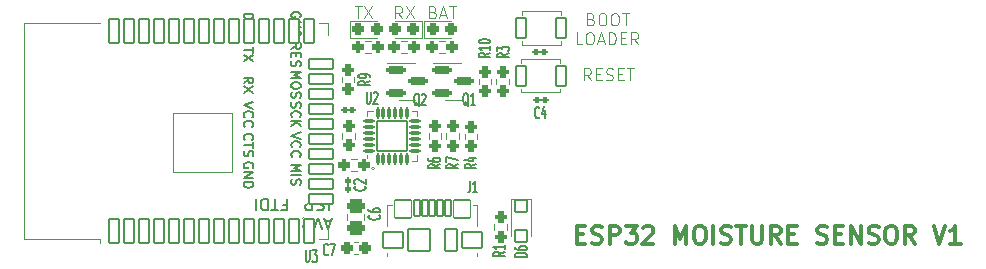
<source format=gto>
%TF.GenerationSoftware,KiCad,Pcbnew,(6.0.4)*%
%TF.CreationDate,2022-06-27T14:28:38+01:00*%
%TF.ProjectId,soil-moisture-sensor,736f696c-2d6d-46f6-9973-747572652d73,%%version%%*%
%TF.SameCoordinates,Original*%
%TF.FileFunction,Legend,Top*%
%TF.FilePolarity,Positive*%
%FSLAX46Y46*%
G04 Gerber Fmt 4.6, Leading zero omitted, Abs format (unit mm)*
G04 Created by KiCad (PCBNEW (6.0.4)) date 2022-06-27 14:28:38*
%MOMM*%
%LPD*%
G01*
G04 APERTURE LIST*
G04 Aperture macros list*
%AMRoundRect*
0 Rectangle with rounded corners*
0 $1 Rounding radius*
0 $2 $3 $4 $5 $6 $7 $8 $9 X,Y pos of 4 corners*
0 Add a 4 corners polygon primitive as box body*
4,1,4,$2,$3,$4,$5,$6,$7,$8,$9,$2,$3,0*
0 Add four circle primitives for the rounded corners*
1,1,$1+$1,$2,$3*
1,1,$1+$1,$4,$5*
1,1,$1+$1,$6,$7*
1,1,$1+$1,$8,$9*
0 Add four rect primitives between the rounded corners*
20,1,$1+$1,$2,$3,$4,$5,0*
20,1,$1+$1,$4,$5,$6,$7,0*
20,1,$1+$1,$6,$7,$8,$9,0*
20,1,$1+$1,$8,$9,$2,$3,0*%
G04 Aperture macros list end*
%ADD10C,0.100000*%
%ADD11C,0.200000*%
%ADD12C,0.120000*%
%ADD13C,0.300000*%
%ADD14C,0.150000*%
%ADD15RoundRect,0.275000X0.275000X-0.200000X0.275000X0.200000X-0.275000X0.200000X-0.275000X-0.200000X0*%
%ADD16RoundRect,0.175000X0.100000X-0.130000X0.100000X0.130000X-0.100000X0.130000X-0.100000X-0.130000X0*%
%ADD17C,3.350000*%
%ADD18RoundRect,0.175000X0.130000X0.100000X-0.130000X0.100000X-0.130000X-0.100000X0.130000X-0.100000X0*%
%ADD19RoundRect,0.275000X-0.275000X0.200000X-0.275000X-0.200000X0.275000X-0.200000X0.275000X0.200000X0*%
%ADD20RoundRect,0.225000X-0.587500X-0.150000X0.587500X-0.150000X0.587500X0.150000X-0.587500X0.150000X0*%
%ADD21RoundRect,0.075000X0.450000X0.850000X-0.450000X0.850000X-0.450000X-0.850000X0.450000X-0.850000X0*%
%ADD22RoundRect,0.293750X-0.218750X-0.256250X0.218750X-0.256250X0.218750X0.256250X-0.218750X0.256250X0*%
%ADD23RoundRect,0.075000X0.450000X-1.000000X0.450000X1.000000X-0.450000X1.000000X-0.450000X-1.000000X0*%
%ADD24RoundRect,0.075000X1.000000X0.450000X-1.000000X0.450000X-1.000000X-0.450000X1.000000X-0.450000X0*%
%ADD25RoundRect,0.075000X2.500000X-2.500000X2.500000X2.500000X-2.500000X2.500000X-2.500000X-2.500000X0*%
%ADD26RoundRect,0.325000X0.475000X-0.250000X0.475000X0.250000X-0.475000X0.250000X-0.475000X-0.250000X0*%
%ADD27RoundRect,0.275000X-0.200000X-0.275000X0.200000X-0.275000X0.200000X0.275000X-0.200000X0.275000X0*%
%ADD28RoundRect,0.300000X0.225000X0.250000X-0.225000X0.250000X-0.225000X-0.250000X0.225000X-0.250000X0*%
%ADD29RoundRect,0.293750X0.218750X0.256250X-0.218750X0.256250X-0.218750X-0.256250X0.218750X-0.256250X0*%
%ADD30RoundRect,0.075000X-0.500000X0.500000X-0.500000X-0.500000X0.500000X-0.500000X0.500000X0.500000X0*%
%ADD31RoundRect,0.075000X-0.225000X-0.690000X0.225000X-0.690000X0.225000X0.690000X-0.225000X0.690000X0*%
%ADD32RoundRect,0.075000X-0.825000X-0.650000X0.825000X-0.650000X0.825000X0.650000X-0.825000X0.650000X0*%
%ADD33RoundRect,0.075000X-0.500000X-0.950000X0.500000X-0.950000X0.500000X0.950000X-0.500000X0.950000X0*%
%ADD34RoundRect,0.075000X-0.712500X-0.775000X0.712500X-0.775000X0.712500X0.775000X-0.712500X0.775000X0*%
%ADD35RoundRect,0.075000X-0.900000X-0.950000X0.900000X-0.950000X0.900000X0.950000X-0.900000X0.950000X0*%
%ADD36RoundRect,0.275000X0.200000X0.275000X-0.200000X0.275000X-0.200000X-0.275000X0.200000X-0.275000X0*%
%ADD37RoundRect,0.137500X0.062500X-0.350000X0.062500X0.350000X-0.062500X0.350000X-0.062500X-0.350000X0*%
%ADD38RoundRect,0.137500X0.350000X-0.062500X0.350000X0.062500X-0.350000X0.062500X-0.350000X-0.062500X0*%
%ADD39RoundRect,0.075000X1.300000X-1.300000X1.300000X1.300000X-1.300000X1.300000X-1.300000X-1.300000X0*%
%ADD40C,3.000000*%
%ADD41C,3.650000*%
G04 APERTURE END LIST*
D10*
X88991421Y-117375000D02*
G75*
G03*
X88991421Y-117375000I-141421J0D01*
G01*
D11*
X81938095Y-107234761D02*
X82319047Y-106968095D01*
X81938095Y-106777619D02*
X82738095Y-106777619D01*
X82738095Y-107082380D01*
X82700000Y-107158571D01*
X82661904Y-107196666D01*
X82585714Y-107234761D01*
X82471428Y-107234761D01*
X82395238Y-107196666D01*
X82357142Y-107158571D01*
X82319047Y-107082380D01*
X82319047Y-106777619D01*
X82357142Y-107577619D02*
X82357142Y-107844285D01*
X81938095Y-107958571D02*
X81938095Y-107577619D01*
X82738095Y-107577619D01*
X82738095Y-107958571D01*
X81976190Y-108263333D02*
X81938095Y-108377619D01*
X81938095Y-108568095D01*
X81976190Y-108644285D01*
X82014285Y-108682380D01*
X82090476Y-108720476D01*
X82166666Y-108720476D01*
X82242857Y-108682380D01*
X82280952Y-108644285D01*
X82319047Y-108568095D01*
X82357142Y-108415714D01*
X82395238Y-108339523D01*
X82433333Y-108301428D01*
X82509523Y-108263333D01*
X82585714Y-108263333D01*
X82661904Y-108301428D01*
X82700000Y-108339523D01*
X82738095Y-108415714D01*
X82738095Y-108606190D01*
X82700000Y-108720476D01*
X82738095Y-114313333D02*
X81938095Y-114580000D01*
X82738095Y-114846666D01*
X82014285Y-115570476D02*
X81976190Y-115532380D01*
X81938095Y-115418095D01*
X81938095Y-115341904D01*
X81976190Y-115227619D01*
X82052380Y-115151428D01*
X82128571Y-115113333D01*
X82280952Y-115075238D01*
X82395238Y-115075238D01*
X82547619Y-115113333D01*
X82623809Y-115151428D01*
X82700000Y-115227619D01*
X82738095Y-115341904D01*
X82738095Y-115418095D01*
X82700000Y-115532380D01*
X82661904Y-115570476D01*
X82014285Y-116370476D02*
X81976190Y-116332380D01*
X81938095Y-116218095D01*
X81938095Y-116141904D01*
X81976190Y-116027619D01*
X82052380Y-115951428D01*
X82128571Y-115913333D01*
X82280952Y-115875238D01*
X82395238Y-115875238D01*
X82547619Y-115913333D01*
X82623809Y-115951428D01*
X82700000Y-116027619D01*
X82738095Y-116141904D01*
X82738095Y-116218095D01*
X82700000Y-116332380D01*
X82661904Y-116370476D01*
X77938095Y-104265714D02*
X78738095Y-104265714D01*
X78738095Y-104456190D01*
X78700000Y-104570476D01*
X78623809Y-104646666D01*
X78547619Y-104684761D01*
X78395238Y-104722857D01*
X78280952Y-104722857D01*
X78128571Y-104684761D01*
X78052380Y-104646666D01*
X77976190Y-104570476D01*
X77938095Y-104456190D01*
X77938095Y-104265714D01*
X78738095Y-104951428D02*
X78738095Y-105408571D01*
X77938095Y-105180000D02*
X78738095Y-105180000D01*
X77938095Y-106132380D02*
X78319047Y-105865714D01*
X77938095Y-105675238D02*
X78738095Y-105675238D01*
X78738095Y-105980000D01*
X78700000Y-106056190D01*
X78661904Y-106094285D01*
X78585714Y-106132380D01*
X78471428Y-106132380D01*
X78395238Y-106094285D01*
X78357142Y-106056190D01*
X78319047Y-105980000D01*
X78319047Y-105675238D01*
X77938095Y-110146666D02*
X78319047Y-109880000D01*
X77938095Y-109689523D02*
X78738095Y-109689523D01*
X78738095Y-109994285D01*
X78700000Y-110070476D01*
X78661904Y-110108571D01*
X78585714Y-110146666D01*
X78471428Y-110146666D01*
X78395238Y-110108571D01*
X78357142Y-110070476D01*
X78319047Y-109994285D01*
X78319047Y-109689523D01*
X78738095Y-110413333D02*
X77938095Y-110946666D01*
X78738095Y-110946666D02*
X77938095Y-110413333D01*
X81938095Y-109213333D02*
X82738095Y-109213333D01*
X82166666Y-109480000D01*
X82738095Y-109746666D01*
X81938095Y-109746666D01*
X82738095Y-110280000D02*
X82738095Y-110432380D01*
X82700000Y-110508571D01*
X82623809Y-110584761D01*
X82471428Y-110622857D01*
X82204761Y-110622857D01*
X82052380Y-110584761D01*
X81976190Y-110508571D01*
X81938095Y-110432380D01*
X81938095Y-110280000D01*
X81976190Y-110203809D01*
X82052380Y-110127619D01*
X82204761Y-110089523D01*
X82471428Y-110089523D01*
X82623809Y-110127619D01*
X82700000Y-110203809D01*
X82738095Y-110280000D01*
X81976190Y-110927619D02*
X81938095Y-111041904D01*
X81938095Y-111232380D01*
X81976190Y-111308571D01*
X82014285Y-111346666D01*
X82090476Y-111384761D01*
X82166666Y-111384761D01*
X82242857Y-111346666D01*
X82280952Y-111308571D01*
X82319047Y-111232380D01*
X82357142Y-111080000D01*
X82395238Y-111003809D01*
X82433333Y-110965714D01*
X82509523Y-110927619D01*
X82585714Y-110927619D01*
X82661904Y-110965714D01*
X82700000Y-111003809D01*
X82738095Y-111080000D01*
X82738095Y-111270476D01*
X82700000Y-111384761D01*
X82700000Y-104570476D02*
X82738095Y-104494285D01*
X82738095Y-104380000D01*
X82700000Y-104265714D01*
X82623809Y-104189523D01*
X82547619Y-104151428D01*
X82395238Y-104113333D01*
X82280952Y-104113333D01*
X82128571Y-104151428D01*
X82052380Y-104189523D01*
X81976190Y-104265714D01*
X81938095Y-104380000D01*
X81938095Y-104456190D01*
X81976190Y-104570476D01*
X82014285Y-104608571D01*
X82280952Y-104608571D01*
X82280952Y-104456190D01*
X81938095Y-104951428D02*
X82738095Y-104951428D01*
X81938095Y-105408571D01*
X82738095Y-105408571D01*
X81938095Y-105789523D02*
X82738095Y-105789523D01*
X82738095Y-105980000D01*
X82700000Y-106094285D01*
X82623809Y-106170476D01*
X82547619Y-106208571D01*
X82395238Y-106246666D01*
X82280952Y-106246666D01*
X82128571Y-106208571D01*
X82052380Y-106170476D01*
X81976190Y-106094285D01*
X81938095Y-105980000D01*
X81938095Y-105789523D01*
X78738095Y-107120476D02*
X78738095Y-107577619D01*
X77938095Y-107349047D02*
X78738095Y-107349047D01*
X78738095Y-107768095D02*
X77938095Y-108301428D01*
X78738095Y-108301428D02*
X77938095Y-107768095D01*
X78738095Y-111763333D02*
X77938095Y-112030000D01*
X78738095Y-112296666D01*
X78014285Y-113020476D02*
X77976190Y-112982380D01*
X77938095Y-112868095D01*
X77938095Y-112791904D01*
X77976190Y-112677619D01*
X78052380Y-112601428D01*
X78128571Y-112563333D01*
X78280952Y-112525238D01*
X78395238Y-112525238D01*
X78547619Y-112563333D01*
X78623809Y-112601428D01*
X78700000Y-112677619D01*
X78738095Y-112791904D01*
X78738095Y-112868095D01*
X78700000Y-112982380D01*
X78661904Y-113020476D01*
X78014285Y-113820476D02*
X77976190Y-113782380D01*
X77938095Y-113668095D01*
X77938095Y-113591904D01*
X77976190Y-113477619D01*
X78052380Y-113401428D01*
X78128571Y-113363333D01*
X78280952Y-113325238D01*
X78395238Y-113325238D01*
X78547619Y-113363333D01*
X78623809Y-113401428D01*
X78700000Y-113477619D01*
X78738095Y-113591904D01*
X78738095Y-113668095D01*
X78700000Y-113782380D01*
X78661904Y-113820476D01*
X85316666Y-121818333D02*
X84840476Y-121818333D01*
X85411904Y-121532619D02*
X85078571Y-122532619D01*
X84745238Y-121532619D01*
X84554761Y-122532619D02*
X84221428Y-121532619D01*
X83888095Y-122532619D01*
X82983333Y-121532619D02*
X83316666Y-122008809D01*
X83554761Y-121532619D02*
X83554761Y-122532619D01*
X83173809Y-122532619D01*
X83078571Y-122485000D01*
X83030952Y-122437380D01*
X82983333Y-122342142D01*
X82983333Y-122199285D01*
X83030952Y-122104047D01*
X83078571Y-122056428D01*
X83173809Y-122008809D01*
X83554761Y-122008809D01*
X85126190Y-119922619D02*
X85126190Y-120922619D01*
X84697619Y-119970238D02*
X84554761Y-119922619D01*
X84316666Y-119922619D01*
X84221428Y-119970238D01*
X84173809Y-120017857D01*
X84126190Y-120113095D01*
X84126190Y-120208333D01*
X84173809Y-120303571D01*
X84221428Y-120351190D01*
X84316666Y-120398809D01*
X84507142Y-120446428D01*
X84602380Y-120494047D01*
X84650000Y-120541666D01*
X84697619Y-120636904D01*
X84697619Y-120732142D01*
X84650000Y-120827380D01*
X84602380Y-120875000D01*
X84507142Y-120922619D01*
X84269047Y-120922619D01*
X84126190Y-120875000D01*
X83697619Y-119922619D02*
X83697619Y-120922619D01*
X83316666Y-120922619D01*
X83221428Y-120875000D01*
X83173809Y-120827380D01*
X83126190Y-120732142D01*
X83126190Y-120589285D01*
X83173809Y-120494047D01*
X83221428Y-120446428D01*
X83316666Y-120398809D01*
X83697619Y-120398809D01*
X81938095Y-117041904D02*
X82738095Y-117041904D01*
X82166666Y-117308571D01*
X82738095Y-117575238D01*
X81938095Y-117575238D01*
X81938095Y-117956190D02*
X82738095Y-117956190D01*
X81976190Y-118299047D02*
X81938095Y-118413333D01*
X81938095Y-118603809D01*
X81976190Y-118680000D01*
X82014285Y-118718095D01*
X82090476Y-118756190D01*
X82166666Y-118756190D01*
X82242857Y-118718095D01*
X82280952Y-118680000D01*
X82319047Y-118603809D01*
X82357142Y-118451428D01*
X82395238Y-118375238D01*
X82433333Y-118337142D01*
X82509523Y-118299047D01*
X82585714Y-118299047D01*
X82661904Y-118337142D01*
X82700000Y-118375238D01*
X82738095Y-118451428D01*
X82738095Y-118641904D01*
X82700000Y-118756190D01*
X81976190Y-111751428D02*
X81938095Y-111865714D01*
X81938095Y-112056190D01*
X81976190Y-112132380D01*
X82014285Y-112170476D01*
X82090476Y-112208571D01*
X82166666Y-112208571D01*
X82242857Y-112170476D01*
X82280952Y-112132380D01*
X82319047Y-112056190D01*
X82357142Y-111903809D01*
X82395238Y-111827619D01*
X82433333Y-111789523D01*
X82509523Y-111751428D01*
X82585714Y-111751428D01*
X82661904Y-111789523D01*
X82700000Y-111827619D01*
X82738095Y-111903809D01*
X82738095Y-112094285D01*
X82700000Y-112208571D01*
X82014285Y-113008571D02*
X81976190Y-112970476D01*
X81938095Y-112856190D01*
X81938095Y-112780000D01*
X81976190Y-112665714D01*
X82052380Y-112589523D01*
X82128571Y-112551428D01*
X82280952Y-112513333D01*
X82395238Y-112513333D01*
X82547619Y-112551428D01*
X82623809Y-112589523D01*
X82700000Y-112665714D01*
X82738095Y-112780000D01*
X82738095Y-112856190D01*
X82700000Y-112970476D01*
X82661904Y-113008571D01*
X81938095Y-113351428D02*
X82738095Y-113351428D01*
X81938095Y-113808571D02*
X82395238Y-113465714D01*
X82738095Y-113808571D02*
X82280952Y-113351428D01*
X78014285Y-114941904D02*
X77976190Y-114903809D01*
X77938095Y-114789523D01*
X77938095Y-114713333D01*
X77976190Y-114599047D01*
X78052380Y-114522857D01*
X78128571Y-114484761D01*
X78280952Y-114446666D01*
X78395238Y-114446666D01*
X78547619Y-114484761D01*
X78623809Y-114522857D01*
X78700000Y-114599047D01*
X78738095Y-114713333D01*
X78738095Y-114789523D01*
X78700000Y-114903809D01*
X78661904Y-114941904D01*
X78738095Y-115170476D02*
X78738095Y-115627619D01*
X77938095Y-115399047D02*
X78738095Y-115399047D01*
X77976190Y-115856190D02*
X77938095Y-115970476D01*
X77938095Y-116160952D01*
X77976190Y-116237142D01*
X78014285Y-116275238D01*
X78090476Y-116313333D01*
X78166666Y-116313333D01*
X78242857Y-116275238D01*
X78280952Y-116237142D01*
X78319047Y-116160952D01*
X78357142Y-116008571D01*
X78395238Y-115932380D01*
X78433333Y-115894285D01*
X78509523Y-115856190D01*
X78585714Y-115856190D01*
X78661904Y-115894285D01*
X78700000Y-115932380D01*
X78738095Y-116008571D01*
X78738095Y-116199047D01*
X78700000Y-116313333D01*
X78700000Y-117320476D02*
X78738095Y-117244285D01*
X78738095Y-117130000D01*
X78700000Y-117015714D01*
X78623809Y-116939523D01*
X78547619Y-116901428D01*
X78395238Y-116863333D01*
X78280952Y-116863333D01*
X78128571Y-116901428D01*
X78052380Y-116939523D01*
X77976190Y-117015714D01*
X77938095Y-117130000D01*
X77938095Y-117206190D01*
X77976190Y-117320476D01*
X78014285Y-117358571D01*
X78280952Y-117358571D01*
X78280952Y-117206190D01*
X77938095Y-117701428D02*
X78738095Y-117701428D01*
X77938095Y-118158571D01*
X78738095Y-118158571D01*
X77938095Y-118539523D02*
X78738095Y-118539523D01*
X78738095Y-118730000D01*
X78700000Y-118844285D01*
X78623809Y-118920476D01*
X78547619Y-118958571D01*
X78395238Y-118996666D01*
X78280952Y-118996666D01*
X78128571Y-118958571D01*
X78052380Y-118920476D01*
X77976190Y-118844285D01*
X77938095Y-118730000D01*
X77938095Y-118539523D01*
X81226190Y-120451428D02*
X81559523Y-120451428D01*
X81559523Y-119927619D02*
X81559523Y-120927619D01*
X81083333Y-120927619D01*
X80845238Y-120927619D02*
X80273809Y-120927619D01*
X80559523Y-119927619D02*
X80559523Y-120927619D01*
X79940476Y-119927619D02*
X79940476Y-120927619D01*
X79702380Y-120927619D01*
X79559523Y-120880000D01*
X79464285Y-120784761D01*
X79416666Y-120689523D01*
X79369047Y-120499047D01*
X79369047Y-120356190D01*
X79416666Y-120165714D01*
X79464285Y-120070476D01*
X79559523Y-119975238D01*
X79702380Y-119927619D01*
X79940476Y-119927619D01*
X78940476Y-119927619D02*
X78940476Y-120927619D01*
D12*
X91333333Y-104652380D02*
X91000000Y-104176190D01*
X90761904Y-104652380D02*
X90761904Y-103652380D01*
X91142857Y-103652380D01*
X91238095Y-103700000D01*
X91285714Y-103747619D01*
X91333333Y-103842857D01*
X91333333Y-103985714D01*
X91285714Y-104080952D01*
X91238095Y-104128571D01*
X91142857Y-104176190D01*
X90761904Y-104176190D01*
X91666666Y-103652380D02*
X92333333Y-104652380D01*
X92333333Y-103652380D02*
X91666666Y-104652380D01*
X87338095Y-103652380D02*
X87909523Y-103652380D01*
X87623809Y-104652380D02*
X87623809Y-103652380D01*
X88147619Y-103652380D02*
X88814285Y-104652380D01*
X88814285Y-103652380D02*
X88147619Y-104652380D01*
X93961904Y-104128571D02*
X94104761Y-104176190D01*
X94152380Y-104223809D01*
X94200000Y-104319047D01*
X94200000Y-104461904D01*
X94152380Y-104557142D01*
X94104761Y-104604761D01*
X94009523Y-104652380D01*
X93628571Y-104652380D01*
X93628571Y-103652380D01*
X93961904Y-103652380D01*
X94057142Y-103700000D01*
X94104761Y-103747619D01*
X94152380Y-103842857D01*
X94152380Y-103938095D01*
X94104761Y-104033333D01*
X94057142Y-104080952D01*
X93961904Y-104128571D01*
X93628571Y-104128571D01*
X94580952Y-104366666D02*
X95057142Y-104366666D01*
X94485714Y-104652380D02*
X94819047Y-103652380D01*
X95152380Y-104652380D01*
X95342857Y-103652380D02*
X95914285Y-103652380D01*
X95628571Y-104652380D02*
X95628571Y-103652380D01*
X107322619Y-109902380D02*
X106989285Y-109426190D01*
X106751190Y-109902380D02*
X106751190Y-108902380D01*
X107132142Y-108902380D01*
X107227380Y-108950000D01*
X107275000Y-108997619D01*
X107322619Y-109092857D01*
X107322619Y-109235714D01*
X107275000Y-109330952D01*
X107227380Y-109378571D01*
X107132142Y-109426190D01*
X106751190Y-109426190D01*
X107751190Y-109378571D02*
X108084523Y-109378571D01*
X108227380Y-109902380D02*
X107751190Y-109902380D01*
X107751190Y-108902380D01*
X108227380Y-108902380D01*
X108608333Y-109854761D02*
X108751190Y-109902380D01*
X108989285Y-109902380D01*
X109084523Y-109854761D01*
X109132142Y-109807142D01*
X109179761Y-109711904D01*
X109179761Y-109616666D01*
X109132142Y-109521428D01*
X109084523Y-109473809D01*
X108989285Y-109426190D01*
X108798809Y-109378571D01*
X108703571Y-109330952D01*
X108655952Y-109283333D01*
X108608333Y-109188095D01*
X108608333Y-109092857D01*
X108655952Y-108997619D01*
X108703571Y-108950000D01*
X108798809Y-108902380D01*
X109036904Y-108902380D01*
X109179761Y-108950000D01*
X109608333Y-109378571D02*
X109941666Y-109378571D01*
X110084523Y-109902380D02*
X109608333Y-109902380D01*
X109608333Y-108902380D01*
X110084523Y-108902380D01*
X110370238Y-108902380D02*
X110941666Y-108902380D01*
X110655952Y-109902380D02*
X110655952Y-108902380D01*
D13*
X106110714Y-122942857D02*
X106610714Y-122942857D01*
X106825000Y-123728571D02*
X106110714Y-123728571D01*
X106110714Y-122228571D01*
X106825000Y-122228571D01*
X107396428Y-123657142D02*
X107610714Y-123728571D01*
X107967857Y-123728571D01*
X108110714Y-123657142D01*
X108182142Y-123585714D01*
X108253571Y-123442857D01*
X108253571Y-123300000D01*
X108182142Y-123157142D01*
X108110714Y-123085714D01*
X107967857Y-123014285D01*
X107682142Y-122942857D01*
X107539285Y-122871428D01*
X107467857Y-122800000D01*
X107396428Y-122657142D01*
X107396428Y-122514285D01*
X107467857Y-122371428D01*
X107539285Y-122300000D01*
X107682142Y-122228571D01*
X108039285Y-122228571D01*
X108253571Y-122300000D01*
X108896428Y-123728571D02*
X108896428Y-122228571D01*
X109467857Y-122228571D01*
X109610714Y-122300000D01*
X109682142Y-122371428D01*
X109753571Y-122514285D01*
X109753571Y-122728571D01*
X109682142Y-122871428D01*
X109610714Y-122942857D01*
X109467857Y-123014285D01*
X108896428Y-123014285D01*
X110253571Y-122228571D02*
X111182142Y-122228571D01*
X110682142Y-122800000D01*
X110896428Y-122800000D01*
X111039285Y-122871428D01*
X111110714Y-122942857D01*
X111182142Y-123085714D01*
X111182142Y-123442857D01*
X111110714Y-123585714D01*
X111039285Y-123657142D01*
X110896428Y-123728571D01*
X110467857Y-123728571D01*
X110325000Y-123657142D01*
X110253571Y-123585714D01*
X111753571Y-122371428D02*
X111825000Y-122300000D01*
X111967857Y-122228571D01*
X112325000Y-122228571D01*
X112467857Y-122300000D01*
X112539285Y-122371428D01*
X112610714Y-122514285D01*
X112610714Y-122657142D01*
X112539285Y-122871428D01*
X111682142Y-123728571D01*
X112610714Y-123728571D01*
X114396428Y-123728571D02*
X114396428Y-122228571D01*
X114896428Y-123300000D01*
X115396428Y-122228571D01*
X115396428Y-123728571D01*
X116396428Y-122228571D02*
X116682142Y-122228571D01*
X116825000Y-122300000D01*
X116967857Y-122442857D01*
X117039285Y-122728571D01*
X117039285Y-123228571D01*
X116967857Y-123514285D01*
X116825000Y-123657142D01*
X116682142Y-123728571D01*
X116396428Y-123728571D01*
X116253571Y-123657142D01*
X116110714Y-123514285D01*
X116039285Y-123228571D01*
X116039285Y-122728571D01*
X116110714Y-122442857D01*
X116253571Y-122300000D01*
X116396428Y-122228571D01*
X117682142Y-123728571D02*
X117682142Y-122228571D01*
X118325000Y-123657142D02*
X118539285Y-123728571D01*
X118896428Y-123728571D01*
X119039285Y-123657142D01*
X119110714Y-123585714D01*
X119182142Y-123442857D01*
X119182142Y-123300000D01*
X119110714Y-123157142D01*
X119039285Y-123085714D01*
X118896428Y-123014285D01*
X118610714Y-122942857D01*
X118467857Y-122871428D01*
X118396428Y-122800000D01*
X118325000Y-122657142D01*
X118325000Y-122514285D01*
X118396428Y-122371428D01*
X118467857Y-122300000D01*
X118610714Y-122228571D01*
X118967857Y-122228571D01*
X119182142Y-122300000D01*
X119610714Y-122228571D02*
X120467857Y-122228571D01*
X120039285Y-123728571D02*
X120039285Y-122228571D01*
X120967857Y-122228571D02*
X120967857Y-123442857D01*
X121039285Y-123585714D01*
X121110714Y-123657142D01*
X121253571Y-123728571D01*
X121539285Y-123728571D01*
X121682142Y-123657142D01*
X121753571Y-123585714D01*
X121825000Y-123442857D01*
X121825000Y-122228571D01*
X123396428Y-123728571D02*
X122896428Y-123014285D01*
X122539285Y-123728571D02*
X122539285Y-122228571D01*
X123110714Y-122228571D01*
X123253571Y-122300000D01*
X123325000Y-122371428D01*
X123396428Y-122514285D01*
X123396428Y-122728571D01*
X123325000Y-122871428D01*
X123253571Y-122942857D01*
X123110714Y-123014285D01*
X122539285Y-123014285D01*
X124039285Y-122942857D02*
X124539285Y-122942857D01*
X124753571Y-123728571D02*
X124039285Y-123728571D01*
X124039285Y-122228571D01*
X124753571Y-122228571D01*
X126467857Y-123657142D02*
X126682142Y-123728571D01*
X127039285Y-123728571D01*
X127182142Y-123657142D01*
X127253571Y-123585714D01*
X127325000Y-123442857D01*
X127325000Y-123300000D01*
X127253571Y-123157142D01*
X127182142Y-123085714D01*
X127039285Y-123014285D01*
X126753571Y-122942857D01*
X126610714Y-122871428D01*
X126539285Y-122800000D01*
X126467857Y-122657142D01*
X126467857Y-122514285D01*
X126539285Y-122371428D01*
X126610714Y-122300000D01*
X126753571Y-122228571D01*
X127110714Y-122228571D01*
X127325000Y-122300000D01*
X127967857Y-122942857D02*
X128467857Y-122942857D01*
X128682142Y-123728571D02*
X127967857Y-123728571D01*
X127967857Y-122228571D01*
X128682142Y-122228571D01*
X129325000Y-123728571D02*
X129325000Y-122228571D01*
X130182142Y-123728571D01*
X130182142Y-122228571D01*
X130825000Y-123657142D02*
X131039285Y-123728571D01*
X131396428Y-123728571D01*
X131539285Y-123657142D01*
X131610714Y-123585714D01*
X131682142Y-123442857D01*
X131682142Y-123300000D01*
X131610714Y-123157142D01*
X131539285Y-123085714D01*
X131396428Y-123014285D01*
X131110714Y-122942857D01*
X130967857Y-122871428D01*
X130896428Y-122800000D01*
X130825000Y-122657142D01*
X130825000Y-122514285D01*
X130896428Y-122371428D01*
X130967857Y-122300000D01*
X131110714Y-122228571D01*
X131467857Y-122228571D01*
X131682142Y-122300000D01*
X132610714Y-122228571D02*
X132896428Y-122228571D01*
X133039285Y-122300000D01*
X133182142Y-122442857D01*
X133253571Y-122728571D01*
X133253571Y-123228571D01*
X133182142Y-123514285D01*
X133039285Y-123657142D01*
X132896428Y-123728571D01*
X132610714Y-123728571D01*
X132467857Y-123657142D01*
X132325000Y-123514285D01*
X132253571Y-123228571D01*
X132253571Y-122728571D01*
X132325000Y-122442857D01*
X132467857Y-122300000D01*
X132610714Y-122228571D01*
X134753571Y-123728571D02*
X134253571Y-123014285D01*
X133896428Y-123728571D02*
X133896428Y-122228571D01*
X134467857Y-122228571D01*
X134610714Y-122300000D01*
X134682142Y-122371428D01*
X134753571Y-122514285D01*
X134753571Y-122728571D01*
X134682142Y-122871428D01*
X134610714Y-122942857D01*
X134467857Y-123014285D01*
X133896428Y-123014285D01*
X136325000Y-122228571D02*
X136825000Y-123728571D01*
X137325000Y-122228571D01*
X138610714Y-123728571D02*
X137753571Y-123728571D01*
X138182142Y-123728571D02*
X138182142Y-122228571D01*
X138039285Y-122442857D01*
X137896428Y-122585714D01*
X137753571Y-122657142D01*
D12*
X107342857Y-104723571D02*
X107485714Y-104771190D01*
X107533333Y-104818809D01*
X107580952Y-104914047D01*
X107580952Y-105056904D01*
X107533333Y-105152142D01*
X107485714Y-105199761D01*
X107390476Y-105247380D01*
X107009523Y-105247380D01*
X107009523Y-104247380D01*
X107342857Y-104247380D01*
X107438095Y-104295000D01*
X107485714Y-104342619D01*
X107533333Y-104437857D01*
X107533333Y-104533095D01*
X107485714Y-104628333D01*
X107438095Y-104675952D01*
X107342857Y-104723571D01*
X107009523Y-104723571D01*
X108200000Y-104247380D02*
X108390476Y-104247380D01*
X108485714Y-104295000D01*
X108580952Y-104390238D01*
X108628571Y-104580714D01*
X108628571Y-104914047D01*
X108580952Y-105104523D01*
X108485714Y-105199761D01*
X108390476Y-105247380D01*
X108200000Y-105247380D01*
X108104761Y-105199761D01*
X108009523Y-105104523D01*
X107961904Y-104914047D01*
X107961904Y-104580714D01*
X108009523Y-104390238D01*
X108104761Y-104295000D01*
X108200000Y-104247380D01*
X109247619Y-104247380D02*
X109438095Y-104247380D01*
X109533333Y-104295000D01*
X109628571Y-104390238D01*
X109676190Y-104580714D01*
X109676190Y-104914047D01*
X109628571Y-105104523D01*
X109533333Y-105199761D01*
X109438095Y-105247380D01*
X109247619Y-105247380D01*
X109152380Y-105199761D01*
X109057142Y-105104523D01*
X109009523Y-104914047D01*
X109009523Y-104580714D01*
X109057142Y-104390238D01*
X109152380Y-104295000D01*
X109247619Y-104247380D01*
X109961904Y-104247380D02*
X110533333Y-104247380D01*
X110247619Y-105247380D02*
X110247619Y-104247380D01*
X106604761Y-106857380D02*
X106128571Y-106857380D01*
X106128571Y-105857380D01*
X107128571Y-105857380D02*
X107319047Y-105857380D01*
X107414285Y-105905000D01*
X107509523Y-106000238D01*
X107557142Y-106190714D01*
X107557142Y-106524047D01*
X107509523Y-106714523D01*
X107414285Y-106809761D01*
X107319047Y-106857380D01*
X107128571Y-106857380D01*
X107033333Y-106809761D01*
X106938095Y-106714523D01*
X106890476Y-106524047D01*
X106890476Y-106190714D01*
X106938095Y-106000238D01*
X107033333Y-105905000D01*
X107128571Y-105857380D01*
X107938095Y-106571666D02*
X108414285Y-106571666D01*
X107842857Y-106857380D02*
X108176190Y-105857380D01*
X108509523Y-106857380D01*
X108842857Y-106857380D02*
X108842857Y-105857380D01*
X109080952Y-105857380D01*
X109223809Y-105905000D01*
X109319047Y-106000238D01*
X109366666Y-106095476D01*
X109414285Y-106285952D01*
X109414285Y-106428809D01*
X109366666Y-106619285D01*
X109319047Y-106714523D01*
X109223809Y-106809761D01*
X109080952Y-106857380D01*
X108842857Y-106857380D01*
X109842857Y-106333571D02*
X110176190Y-106333571D01*
X110319047Y-106857380D02*
X109842857Y-106857380D01*
X109842857Y-105857380D01*
X110319047Y-105857380D01*
X111319047Y-106857380D02*
X110985714Y-106381190D01*
X110747619Y-106857380D02*
X110747619Y-105857380D01*
X111128571Y-105857380D01*
X111223809Y-105905000D01*
X111271428Y-105952619D01*
X111319047Y-106047857D01*
X111319047Y-106190714D01*
X111271428Y-106285952D01*
X111223809Y-106333571D01*
X111128571Y-106381190D01*
X110747619Y-106381190D01*
D14*
X88182142Y-118875000D02*
X88229761Y-118903571D01*
X88277380Y-118989285D01*
X88277380Y-119046428D01*
X88229761Y-119132142D01*
X88134523Y-119189285D01*
X88039285Y-119217857D01*
X87848809Y-119246428D01*
X87705952Y-119246428D01*
X87515476Y-119217857D01*
X87420238Y-119189285D01*
X87325000Y-119132142D01*
X87277380Y-119046428D01*
X87277380Y-118989285D01*
X87325000Y-118903571D01*
X87372619Y-118875000D01*
X87372619Y-118646428D02*
X87325000Y-118617857D01*
X87277380Y-118560714D01*
X87277380Y-118417857D01*
X87325000Y-118360714D01*
X87372619Y-118332142D01*
X87467857Y-118303571D01*
X87563095Y-118303571D01*
X87705952Y-118332142D01*
X88277380Y-118675000D01*
X88277380Y-118303571D01*
X102950000Y-113032142D02*
X102921428Y-113079761D01*
X102835714Y-113127380D01*
X102778571Y-113127380D01*
X102692857Y-113079761D01*
X102635714Y-112984523D01*
X102607142Y-112889285D01*
X102578571Y-112698809D01*
X102578571Y-112555952D01*
X102607142Y-112365476D01*
X102635714Y-112270238D01*
X102692857Y-112175000D01*
X102778571Y-112127380D01*
X102835714Y-112127380D01*
X102921428Y-112175000D01*
X102950000Y-112222619D01*
X103464285Y-112460714D02*
X103464285Y-113127380D01*
X103321428Y-112079761D02*
X103178571Y-112794047D01*
X103550000Y-112794047D01*
X98802380Y-107585714D02*
X98326190Y-107785714D01*
X98802380Y-107928571D02*
X97802380Y-107928571D01*
X97802380Y-107700000D01*
X97850000Y-107642857D01*
X97897619Y-107614285D01*
X97992857Y-107585714D01*
X98135714Y-107585714D01*
X98230952Y-107614285D01*
X98278571Y-107642857D01*
X98326190Y-107700000D01*
X98326190Y-107928571D01*
X98802380Y-107014285D02*
X98802380Y-107357142D01*
X98802380Y-107185714D02*
X97802380Y-107185714D01*
X97945238Y-107242857D01*
X98040476Y-107300000D01*
X98088095Y-107357142D01*
X97802380Y-106642857D02*
X97802380Y-106585714D01*
X97850000Y-106528571D01*
X97897619Y-106500000D01*
X97992857Y-106471428D01*
X98183333Y-106442857D01*
X98421428Y-106442857D01*
X98611904Y-106471428D01*
X98707142Y-106500000D01*
X98754761Y-106528571D01*
X98802380Y-106585714D01*
X98802380Y-106642857D01*
X98754761Y-106700000D01*
X98707142Y-106728571D01*
X98611904Y-106757142D01*
X98421428Y-106785714D01*
X98183333Y-106785714D01*
X97992857Y-106757142D01*
X97897619Y-106728571D01*
X97850000Y-106700000D01*
X97802380Y-106642857D01*
X88632380Y-109950000D02*
X88156190Y-110150000D01*
X88632380Y-110292857D02*
X87632380Y-110292857D01*
X87632380Y-110064285D01*
X87680000Y-110007142D01*
X87727619Y-109978571D01*
X87822857Y-109950000D01*
X87965714Y-109950000D01*
X88060952Y-109978571D01*
X88108571Y-110007142D01*
X88156190Y-110064285D01*
X88156190Y-110292857D01*
X88632380Y-109664285D02*
X88632380Y-109550000D01*
X88584761Y-109492857D01*
X88537142Y-109464285D01*
X88394285Y-109407142D01*
X88203809Y-109378571D01*
X87822857Y-109378571D01*
X87727619Y-109407142D01*
X87680000Y-109435714D01*
X87632380Y-109492857D01*
X87632380Y-109607142D01*
X87680000Y-109664285D01*
X87727619Y-109692857D01*
X87822857Y-109721428D01*
X88060952Y-109721428D01*
X88156190Y-109692857D01*
X88203809Y-109664285D01*
X88251428Y-109607142D01*
X88251428Y-109492857D01*
X88203809Y-109435714D01*
X88156190Y-109407142D01*
X88060952Y-109378571D01*
X96942857Y-112072619D02*
X96885714Y-112025000D01*
X96828571Y-111929761D01*
X96742857Y-111786904D01*
X96685714Y-111739285D01*
X96628571Y-111739285D01*
X96657142Y-111977380D02*
X96600000Y-111929761D01*
X96542857Y-111834523D01*
X96514285Y-111644047D01*
X96514285Y-111310714D01*
X96542857Y-111120238D01*
X96600000Y-111025000D01*
X96657142Y-110977380D01*
X96771428Y-110977380D01*
X96828571Y-111025000D01*
X96885714Y-111120238D01*
X96914285Y-111310714D01*
X96914285Y-111644047D01*
X96885714Y-111834523D01*
X96828571Y-111929761D01*
X96771428Y-111977380D01*
X96657142Y-111977380D01*
X97485714Y-111977380D02*
X97142857Y-111977380D01*
X97314285Y-111977380D02*
X97314285Y-110977380D01*
X97257142Y-111120238D01*
X97200000Y-111215476D01*
X97142857Y-111263095D01*
X83172857Y-124262380D02*
X83172857Y-125071904D01*
X83201428Y-125167142D01*
X83230000Y-125214761D01*
X83287142Y-125262380D01*
X83401428Y-125262380D01*
X83458571Y-125214761D01*
X83487142Y-125167142D01*
X83515714Y-125071904D01*
X83515714Y-124262380D01*
X83744285Y-124262380D02*
X84115714Y-124262380D01*
X83915714Y-124643333D01*
X84001428Y-124643333D01*
X84058571Y-124690952D01*
X84087142Y-124738571D01*
X84115714Y-124833809D01*
X84115714Y-125071904D01*
X84087142Y-125167142D01*
X84058571Y-125214761D01*
X84001428Y-125262380D01*
X83830000Y-125262380D01*
X83772857Y-125214761D01*
X83744285Y-125167142D01*
X94552380Y-117025000D02*
X94076190Y-117225000D01*
X94552380Y-117367857D02*
X93552380Y-117367857D01*
X93552380Y-117139285D01*
X93600000Y-117082142D01*
X93647619Y-117053571D01*
X93742857Y-117025000D01*
X93885714Y-117025000D01*
X93980952Y-117053571D01*
X94028571Y-117082142D01*
X94076190Y-117139285D01*
X94076190Y-117367857D01*
X93552380Y-116510714D02*
X93552380Y-116625000D01*
X93600000Y-116682142D01*
X93647619Y-116710714D01*
X93790476Y-116767857D01*
X93980952Y-116796428D01*
X94361904Y-116796428D01*
X94457142Y-116767857D01*
X94504761Y-116739285D01*
X94552380Y-116682142D01*
X94552380Y-116567857D01*
X94504761Y-116510714D01*
X94457142Y-116482142D01*
X94361904Y-116453571D01*
X94123809Y-116453571D01*
X94028571Y-116482142D01*
X93980952Y-116510714D01*
X93933333Y-116567857D01*
X93933333Y-116682142D01*
X93980952Y-116739285D01*
X94028571Y-116767857D01*
X94123809Y-116796428D01*
X89382142Y-121325000D02*
X89429761Y-121353571D01*
X89477380Y-121439285D01*
X89477380Y-121496428D01*
X89429761Y-121582142D01*
X89334523Y-121639285D01*
X89239285Y-121667857D01*
X89048809Y-121696428D01*
X88905952Y-121696428D01*
X88715476Y-121667857D01*
X88620238Y-121639285D01*
X88525000Y-121582142D01*
X88477380Y-121496428D01*
X88477380Y-121439285D01*
X88525000Y-121353571D01*
X88572619Y-121325000D01*
X88477380Y-120810714D02*
X88477380Y-120925000D01*
X88525000Y-120982142D01*
X88572619Y-121010714D01*
X88715476Y-121067857D01*
X88905952Y-121096428D01*
X89286904Y-121096428D01*
X89382142Y-121067857D01*
X89429761Y-121039285D01*
X89477380Y-120982142D01*
X89477380Y-120867857D01*
X89429761Y-120810714D01*
X89382142Y-120782142D01*
X89286904Y-120753571D01*
X89048809Y-120753571D01*
X88953571Y-120782142D01*
X88905952Y-120810714D01*
X88858333Y-120867857D01*
X88858333Y-120982142D01*
X88905952Y-121039285D01*
X88953571Y-121067857D01*
X89048809Y-121096428D01*
X96077380Y-117025000D02*
X95601190Y-117225000D01*
X96077380Y-117367857D02*
X95077380Y-117367857D01*
X95077380Y-117139285D01*
X95125000Y-117082142D01*
X95172619Y-117053571D01*
X95267857Y-117025000D01*
X95410714Y-117025000D01*
X95505952Y-117053571D01*
X95553571Y-117082142D01*
X95601190Y-117139285D01*
X95601190Y-117367857D01*
X95077380Y-116825000D02*
X95077380Y-116425000D01*
X96077380Y-116682142D01*
X85050000Y-124632142D02*
X85021428Y-124679761D01*
X84935714Y-124727380D01*
X84878571Y-124727380D01*
X84792857Y-124679761D01*
X84735714Y-124584523D01*
X84707142Y-124489285D01*
X84678571Y-124298809D01*
X84678571Y-124155952D01*
X84707142Y-123965476D01*
X84735714Y-123870238D01*
X84792857Y-123775000D01*
X84878571Y-123727380D01*
X84935714Y-123727380D01*
X85021428Y-123775000D01*
X85050000Y-123822619D01*
X85250000Y-123727380D02*
X85650000Y-123727380D01*
X85392857Y-124727380D01*
X100377380Y-107625000D02*
X99901190Y-107825000D01*
X100377380Y-107967857D02*
X99377380Y-107967857D01*
X99377380Y-107739285D01*
X99425000Y-107682142D01*
X99472619Y-107653571D01*
X99567857Y-107625000D01*
X99710714Y-107625000D01*
X99805952Y-107653571D01*
X99853571Y-107682142D01*
X99901190Y-107739285D01*
X99901190Y-107967857D01*
X99377380Y-107425000D02*
X99377380Y-107053571D01*
X99758333Y-107253571D01*
X99758333Y-107167857D01*
X99805952Y-107110714D01*
X99853571Y-107082142D01*
X99948809Y-107053571D01*
X100186904Y-107053571D01*
X100282142Y-107082142D01*
X100329761Y-107110714D01*
X100377380Y-107167857D01*
X100377380Y-107339285D01*
X100329761Y-107396428D01*
X100282142Y-107425000D01*
X97627380Y-117000000D02*
X97151190Y-117200000D01*
X97627380Y-117342857D02*
X96627380Y-117342857D01*
X96627380Y-117114285D01*
X96675000Y-117057142D01*
X96722619Y-117028571D01*
X96817857Y-117000000D01*
X96960714Y-117000000D01*
X97055952Y-117028571D01*
X97103571Y-117057142D01*
X97151190Y-117114285D01*
X97151190Y-117342857D01*
X96960714Y-116485714D02*
X97627380Y-116485714D01*
X96579761Y-116628571D02*
X97294047Y-116771428D01*
X97294047Y-116400000D01*
X101877380Y-124842857D02*
X100877380Y-124842857D01*
X100877380Y-124700000D01*
X100925000Y-124614285D01*
X101020238Y-124557142D01*
X101115476Y-124528571D01*
X101305952Y-124500000D01*
X101448809Y-124500000D01*
X101639285Y-124528571D01*
X101734523Y-124557142D01*
X101829761Y-124614285D01*
X101877380Y-124700000D01*
X101877380Y-124842857D01*
X100877380Y-123985714D02*
X100877380Y-124100000D01*
X100925000Y-124157142D01*
X100972619Y-124185714D01*
X101115476Y-124242857D01*
X101305952Y-124271428D01*
X101686904Y-124271428D01*
X101782142Y-124242857D01*
X101829761Y-124214285D01*
X101877380Y-124157142D01*
X101877380Y-124042857D01*
X101829761Y-123985714D01*
X101782142Y-123957142D01*
X101686904Y-123928571D01*
X101448809Y-123928571D01*
X101353571Y-123957142D01*
X101305952Y-123985714D01*
X101258333Y-124042857D01*
X101258333Y-124157142D01*
X101305952Y-124214285D01*
X101353571Y-124242857D01*
X101448809Y-124271428D01*
X97100000Y-118402380D02*
X97100000Y-119116666D01*
X97071428Y-119259523D01*
X97014285Y-119354761D01*
X96928571Y-119402380D01*
X96871428Y-119402380D01*
X97700000Y-119402380D02*
X97357142Y-119402380D01*
X97528571Y-119402380D02*
X97528571Y-118402380D01*
X97471428Y-118545238D01*
X97414285Y-118640476D01*
X97357142Y-118688095D01*
X92792857Y-112122619D02*
X92735714Y-112075000D01*
X92678571Y-111979761D01*
X92592857Y-111836904D01*
X92535714Y-111789285D01*
X92478571Y-111789285D01*
X92507142Y-112027380D02*
X92450000Y-111979761D01*
X92392857Y-111884523D01*
X92364285Y-111694047D01*
X92364285Y-111360714D01*
X92392857Y-111170238D01*
X92450000Y-111075000D01*
X92507142Y-111027380D01*
X92621428Y-111027380D01*
X92678571Y-111075000D01*
X92735714Y-111170238D01*
X92764285Y-111360714D01*
X92764285Y-111694047D01*
X92735714Y-111884523D01*
X92678571Y-111979761D01*
X92621428Y-112027380D01*
X92507142Y-112027380D01*
X92992857Y-111122619D02*
X93021428Y-111075000D01*
X93078571Y-111027380D01*
X93221428Y-111027380D01*
X93278571Y-111075000D01*
X93307142Y-111122619D01*
X93335714Y-111217857D01*
X93335714Y-111313095D01*
X93307142Y-111455952D01*
X92964285Y-112027380D01*
X93335714Y-112027380D01*
X100027380Y-124450000D02*
X99551190Y-124650000D01*
X100027380Y-124792857D02*
X99027380Y-124792857D01*
X99027380Y-124564285D01*
X99075000Y-124507142D01*
X99122619Y-124478571D01*
X99217857Y-124450000D01*
X99360714Y-124450000D01*
X99455952Y-124478571D01*
X99503571Y-124507142D01*
X99551190Y-124564285D01*
X99551190Y-124792857D01*
X100027380Y-123878571D02*
X100027380Y-124221428D01*
X100027380Y-124050000D02*
X99027380Y-124050000D01*
X99170238Y-124107142D01*
X99265476Y-124164285D01*
X99313095Y-124221428D01*
X88317857Y-110877380D02*
X88317857Y-111686904D01*
X88346428Y-111782142D01*
X88375000Y-111829761D01*
X88432142Y-111877380D01*
X88546428Y-111877380D01*
X88603571Y-111829761D01*
X88632142Y-111782142D01*
X88660714Y-111686904D01*
X88660714Y-110877380D01*
X88917857Y-110972619D02*
X88946428Y-110925000D01*
X89003571Y-110877380D01*
X89146428Y-110877380D01*
X89203571Y-110925000D01*
X89232142Y-110972619D01*
X89260714Y-111067857D01*
X89260714Y-111163095D01*
X89232142Y-111305952D01*
X88889285Y-111877380D01*
X89260714Y-111877380D01*
D12*
X87322500Y-114837258D02*
X87322500Y-114362742D01*
X86277500Y-114837258D02*
X86277500Y-114362742D01*
X98860000Y-110237258D02*
X98860000Y-109762742D01*
X97815000Y-110237258D02*
X97815000Y-109762742D01*
X86227500Y-109612742D02*
X86227500Y-110087258D01*
X87272500Y-109612742D02*
X87272500Y-110087258D01*
X95637500Y-108440000D02*
X96287500Y-108440000D01*
X95637500Y-108440000D02*
X93962500Y-108440000D01*
X95637500Y-111560000D02*
X96287500Y-111560000D01*
X95637500Y-111560000D02*
X94987500Y-111560000D01*
X104750000Y-104075000D02*
X101450000Y-104075000D01*
X101450000Y-106875000D02*
X101450000Y-106575000D01*
X104750000Y-104375000D02*
X104750000Y-104075000D01*
X104750000Y-106575000D02*
X104750000Y-106875000D01*
X104750000Y-106875000D02*
X101450000Y-106875000D01*
X101450000Y-104075000D02*
X101450000Y-104375000D01*
X86940000Y-104865000D02*
X86940000Y-106335000D01*
X86940000Y-106335000D02*
X89225000Y-106335000D01*
X89225000Y-104865000D02*
X86940000Y-104865000D01*
X84300000Y-105080000D02*
X85080000Y-105080000D01*
X85080000Y-123320000D02*
X85080000Y-122320000D01*
X59335000Y-123320000D02*
X65755000Y-123320000D01*
X59335000Y-123320000D02*
X59335000Y-105080000D01*
X84300000Y-123320000D02*
X85080000Y-123320000D01*
X59335000Y-105080000D02*
X65755000Y-105080000D01*
X85080000Y-105080000D02*
X85080000Y-106080000D01*
X65755000Y-123320000D02*
X65755000Y-123700000D01*
X93577500Y-114862258D02*
X93577500Y-114387742D01*
X94622500Y-114862258D02*
X94622500Y-114387742D01*
X88135000Y-121761252D02*
X88135000Y-121238748D01*
X86665000Y-121761252D02*
X86665000Y-121238748D01*
X94462742Y-107622500D02*
X94937258Y-107622500D01*
X94462742Y-106577500D02*
X94937258Y-106577500D01*
X96122500Y-114862258D02*
X96122500Y-114387742D01*
X95077500Y-114862258D02*
X95077500Y-114387742D01*
X87565580Y-124610000D02*
X87284420Y-124610000D01*
X87565580Y-123590000D02*
X87284420Y-123590000D01*
X92985000Y-104865000D02*
X90700000Y-104865000D01*
X92985000Y-106335000D02*
X92985000Y-104865000D01*
X90700000Y-106335000D02*
X92985000Y-106335000D01*
X87012742Y-116527500D02*
X87487258Y-116527500D01*
X87012742Y-117572500D02*
X87487258Y-117572500D01*
X99315000Y-109762742D02*
X99315000Y-110237258D01*
X100360000Y-109762742D02*
X100360000Y-110237258D01*
X96627500Y-114887258D02*
X96627500Y-114412742D01*
X97672500Y-114887258D02*
X97672500Y-114412742D01*
X102275000Y-119925000D02*
X100575000Y-119925000D01*
X100575000Y-119925000D02*
X100575000Y-123075000D01*
X102275000Y-119925000D02*
X102275000Y-123075000D01*
X97710000Y-120490000D02*
X97330000Y-120490000D01*
X90090000Y-120490000D02*
X90470000Y-120490000D01*
X90090000Y-124800000D02*
X90090000Y-124540000D01*
X97710000Y-120490000D02*
X97710000Y-122260000D01*
X90090000Y-122260000D02*
X90090000Y-120490000D01*
X97710000Y-124540000D02*
X97710000Y-124800000D01*
X93215000Y-106335000D02*
X95500000Y-106335000D01*
X93215000Y-104865000D02*
X93215000Y-106335000D01*
X95500000Y-104865000D02*
X93215000Y-104865000D01*
X88687258Y-107622500D02*
X88212742Y-107622500D01*
X88687258Y-106577500D02*
X88212742Y-106577500D01*
X91737500Y-111560000D02*
X92387500Y-111560000D01*
X91737500Y-108440000D02*
X92387500Y-108440000D01*
X91737500Y-108440000D02*
X90062500Y-108440000D01*
X91737500Y-111560000D02*
X91087500Y-111560000D01*
X104725000Y-110925000D02*
X101425000Y-110925000D01*
X101425000Y-110925000D02*
X101425000Y-110625000D01*
X101425000Y-108125000D02*
X101425000Y-108425000D01*
X104725000Y-110625000D02*
X104725000Y-110925000D01*
X104725000Y-108125000D02*
X101425000Y-108125000D01*
X104725000Y-108425000D02*
X104725000Y-108125000D01*
X99152500Y-122562258D02*
X99152500Y-122087742D01*
X100197500Y-122562258D02*
X100197500Y-122087742D01*
X92610000Y-112490000D02*
X92135000Y-112490000D01*
X92610000Y-116710000D02*
X92135000Y-116710000D01*
X88390000Y-112965000D02*
X88390000Y-112490000D01*
X88390000Y-112490000D02*
X88865000Y-112490000D01*
X92610000Y-112965000D02*
X92610000Y-112490000D01*
X88390000Y-116235000D02*
X88390000Y-116710000D01*
X92610000Y-116235000D02*
X92610000Y-116710000D01*
X91262742Y-107622500D02*
X91737258Y-107622500D01*
X91262742Y-106577500D02*
X91737258Y-106577500D01*
%LPC*%
D15*
X86800000Y-115425000D03*
X86800000Y-113775000D03*
D16*
X86750000Y-119070000D03*
X86750000Y-118430000D03*
D17*
X145600000Y-108800000D03*
X145600000Y-119600000D03*
D18*
X103395000Y-111575000D03*
X102755000Y-111575000D03*
D15*
X98337500Y-110825000D03*
X98337500Y-109175000D03*
D19*
X86750000Y-109025000D03*
X86750000Y-110675000D03*
D20*
X94700000Y-109050000D03*
X94700000Y-110950000D03*
X96575000Y-110000000D03*
D21*
X104800000Y-105475000D03*
X101400000Y-105475000D03*
D22*
X87637500Y-105600000D03*
X89212500Y-105600000D03*
D23*
X66945000Y-122700000D03*
X68215000Y-122700000D03*
X69485000Y-122700000D03*
X70755000Y-122700000D03*
X72025000Y-122700000D03*
X73295000Y-122700000D03*
X74565000Y-122700000D03*
X75835000Y-122700000D03*
X77105000Y-122700000D03*
X78375000Y-122700000D03*
X79645000Y-122700000D03*
X80915000Y-122700000D03*
X82185000Y-122700000D03*
X83455000Y-122700000D03*
D24*
X84455000Y-119915000D03*
X84455000Y-118645000D03*
X84455000Y-117375000D03*
X84455000Y-116105000D03*
X84455000Y-114835000D03*
X84455000Y-113565000D03*
X84455000Y-112295000D03*
X84455000Y-111025000D03*
X84455000Y-109755000D03*
X84455000Y-108485000D03*
D23*
X83455000Y-105700000D03*
X82185000Y-105700000D03*
X80915000Y-105700000D03*
X79645000Y-105700000D03*
X78375000Y-105700000D03*
X77105000Y-105700000D03*
X75835000Y-105700000D03*
X74565000Y-105700000D03*
X73295000Y-105700000D03*
X72025000Y-105700000D03*
X70755000Y-105700000D03*
X69485000Y-105700000D03*
X68215000Y-105700000D03*
X66945000Y-105700000D03*
D25*
X74445000Y-115200000D03*
D15*
X94100000Y-115450000D03*
X94100000Y-113800000D03*
D26*
X87400000Y-122450000D03*
X87400000Y-120550000D03*
D27*
X93875000Y-107100000D03*
X95525000Y-107100000D03*
D15*
X95600000Y-115450000D03*
X95600000Y-113800000D03*
D28*
X88200000Y-124100000D03*
X86650000Y-124100000D03*
D29*
X92287500Y-105600000D03*
X90712500Y-105600000D03*
D27*
X86425000Y-117050000D03*
X88075000Y-117050000D03*
D19*
X99837500Y-109175000D03*
X99837500Y-110825000D03*
D15*
X97150000Y-115475000D03*
X97150000Y-113825000D03*
D18*
X87120000Y-112400000D03*
X86480000Y-112400000D03*
D30*
X101425000Y-120575000D03*
X101425000Y-123075000D03*
D31*
X92600000Y-120740000D03*
X93250000Y-120740000D03*
X93900000Y-120740000D03*
X94550000Y-120740000D03*
X95200000Y-120740000D03*
D32*
X97275000Y-123400000D03*
D33*
X95450000Y-123400000D03*
D32*
X90525000Y-123400000D03*
D34*
X96387500Y-120825000D03*
D35*
X92750000Y-123400000D03*
D34*
X91412500Y-120825000D03*
D18*
X103345000Y-107500000D03*
X102705000Y-107500000D03*
D22*
X93912500Y-105600000D03*
X95487500Y-105600000D03*
D36*
X89275000Y-107100000D03*
X87625000Y-107100000D03*
D20*
X90800000Y-109050000D03*
X90800000Y-110950000D03*
X92675000Y-110000000D03*
D21*
X104775000Y-109525000D03*
X101375000Y-109525000D03*
D15*
X99675000Y-123150000D03*
X99675000Y-121500000D03*
D37*
X89250000Y-116537500D03*
X89750000Y-116537500D03*
X90250000Y-116537500D03*
X90750000Y-116537500D03*
X91250000Y-116537500D03*
X91750000Y-116537500D03*
D38*
X92437500Y-115850000D03*
X92437500Y-115350000D03*
X92437500Y-114850000D03*
X92437500Y-114350000D03*
X92437500Y-113850000D03*
X92437500Y-113350000D03*
D37*
X91750000Y-112662500D03*
X91250000Y-112662500D03*
X90750000Y-112662500D03*
X90250000Y-112662500D03*
X89750000Y-112662500D03*
X89250000Y-112662500D03*
D38*
X88562500Y-113350000D03*
X88562500Y-113850000D03*
X88562500Y-114350000D03*
X88562500Y-114850000D03*
X88562500Y-115350000D03*
X88562500Y-115850000D03*
D39*
X90500000Y-114600000D03*
D27*
X90675000Y-107100000D03*
X92325000Y-107100000D03*
D40*
X138287500Y-105900000D03*
D41*
X100287500Y-114100000D03*
X138287500Y-114100000D03*
M02*

</source>
